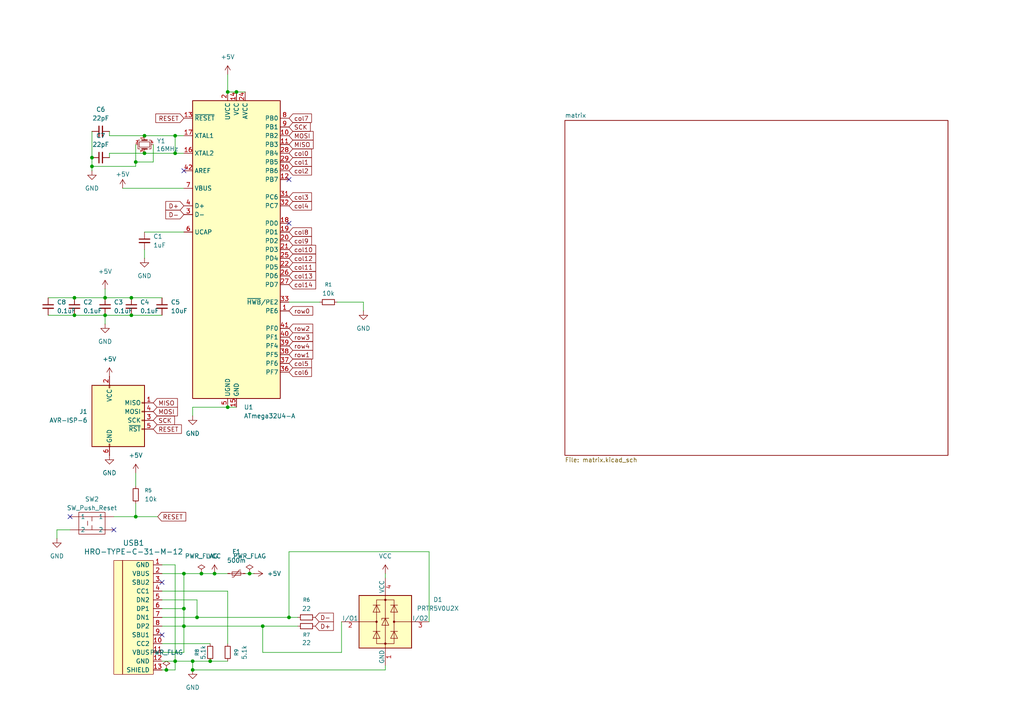
<source format=kicad_sch>
(kicad_sch (version 20250114) (generator "eeschema") (generator_version "9.0")
  (paper "A4")
  (lib_symbols
    (symbol "Connector:AVR-ISP-6" (pin_names (offset 1.016))
      (property "Reference" "J" (at -6.35 11.43 0))
      (property "Value" "AVR-ISP-6" (at 0 11.43 0))
      (symbol "AVR-ISP-6_0_1"
        (rectangle (start -2.667 10.16) (end -2.413 9.398))
        (rectangle (start -2.667 -6.858) (end -2.413 -7.62))
        (rectangle (start 7.62 10.16) (end -7.62 -7.62) (stroke (width 0.254)) (fill (type background)))
        (rectangle (start 7.62 5.207) (end 6.858 4.953))
        (rectangle (start 7.62 2.667) (end 6.858 2.413))
        (rectangle (start 7.62 0.127) (end 6.858 -0.127))
        (rectangle (start 7.62 -2.413) (end 6.858 -2.667))
      )
      (symbol "AVR-ISP-6_1_1"
        (pin passive line (at -2.54 12.7 270) (length 2.54) (name "VCC") (number "2"))
        (pin passive line (at -2.54 -10.16 90) (length 2.54) (name "GND") (number "6"))
        (pin passive line (at 10.16 5.08 180) (length 2.54) (name "MISO") (number "1"))
        (pin passive line (at 10.16 2.54 180) (length 2.54) (name "MOSI") (number "4"))
        (pin passive line (at 10.16 0 180) (length 2.54) (name "SCK") (number "3"))
        (pin passive line (at 10.16 -2.54 180) (length 2.54) (name "~{RST}") (number "5"))
      )
    )
    (symbol "Device:C_Small" (pin_numbers (hide yes)) (pin_names (offset 0.254) (hide yes))
      (property "Reference" "C" (at 0.254 1.778 0))
      (property "Value" "C_Small" (at 0.254 -2.032 0))
      (symbol "C_Small_0_1"
        (polyline (pts (xy -1.524 0.508) (xy 1.524 0.508)) (stroke (width 0.3048)))
        (polyline (pts (xy -1.524 -0.508) (xy 1.524 -0.508)) (stroke (width 0.3302)))
      )
      (symbol "C_Small_1_1"
        (pin passive line (at 0 2.54 270) (length 2.032) (name "~") (number "1"))
        (pin passive line (at 0 -2.54 90) (length 2.032) (name "~") (number "2"))
      )
    )
    (symbol "Device:Crystal_GND24_Small" (pin_names (offset 1.016) (hide yes))
      (property "Reference" "Y" (at 1.27 4.445 0))
      (property "Value" "Crystal_GND24_Small" (at 1.27 2.54 0))
      (symbol "Crystal_GND24_Small_0_1"
        (polyline (pts (xy -1.27 1.27) (xy -1.27 1.905) (xy 1.27 1.905) (xy 1.27 1.27)))
        (polyline (pts (xy -1.27 -0.762) (xy -1.27 0.762)) (stroke (width 0.381)))
        (polyline (pts (xy -1.27 -1.27) (xy -1.27 -1.905) (xy 1.27 -1.905) (xy 1.27 -1.27)))
        (rectangle (start -0.762 -1.524) (end 0.762 1.524))
        (polyline (pts (xy 1.27 -0.762) (xy 1.27 0.762)) (stroke (width 0.381)))
      )
      (symbol "Crystal_GND24_Small_1_1"
        (pin passive line (at -2.54 0 0) (length 1.27) (name "1") (number "1"))
        (pin passive line (at 0 2.54 270) (length 0.635) (name "4") (number "4"))
        (pin passive line (at 0 -2.54 90) (length 0.635) (name "2") (number "2"))
        (pin passive line (at 2.54 0 180) (length 1.27) (name "3") (number "3"))
      )
    )
    (symbol "Device:Polyfuse_Small" (pin_numbers (hide yes)) (pin_names (offset 0))
      (property "Reference" "F" (at -1.905 0 90))
      (property "Value" "Polyfuse_Small" (at 1.905 0 90))
      (symbol "Polyfuse_Small_0_1"
        (polyline (pts (xy -1.016 1.27) (xy -1.016 0.762) (xy 1.016 -0.762) (xy 1.016 -1.27)))
        (rectangle (start -0.508 1.27) (end 0.508 -1.27))
        (polyline (pts (xy 0 2.54) (xy 0 -2.54)))
      )
      (symbol "Polyfuse_Small_1_1"
        (pin passive line (at 0 2.54 270) (length 0.635) (name "~") (number "1"))
        (pin passive line (at 0 -2.54 90) (length 0.635) (name "~") (number "2"))
      )
    )
    (symbol "Device:R_Small" (pin_numbers (hide yes)) (pin_names (offset 0.254) (hide yes))
      (property "Reference" "R" (at 0 0 90))
      (property "Value" "R_Small" (at 1.778 0 90))
      (symbol "R_Small_0_1"
        (rectangle (start -0.762 1.778) (end 0.762 -1.778) (stroke (width 0.2032)))
      )
      (symbol "R_Small_1_1"
        (pin passive line (at 0 2.54 270) (length 0.762) (name "~") (number "1"))
        (pin passive line (at 0 -2.54 90) (length 0.762) (name "~") (number "2"))
      )
    )
    (symbol "Local:SW_SKQG"
      (property "Reference" "SW" (at 0 0 0))
      (symbol "SW_SKQG_0_1"
        (rectangle (start -3.81 2.54) (end 3.81 -3.81))
        (polyline (pts (xy -3.81 1.27) (xy 3.81 1.27)))
        (polyline (pts (xy -3.81 -2.54) (xy 3.81 -2.54)))
        (polyline (pts (xy -1.27 0) (xy -1.27 -1.27)))
        (polyline (pts (xy 0 1.27) (xy 0 0)))
        (polyline (pts (xy 0 -2.54) (xy 0 -1.27)))
      )
      (symbol "SW_SKQG_1_1"
        (pin input line (at -6.35 1.27 0) (length 2.54) (name "1") (number ""))
        (pin input line (at -6.35 -2.54 0) (length 2.54) (name "2") (number ""))
        (pin input line (at 6.35 1.27 180) (length 2.54) (name "1") (number ""))
        (pin input line (at 6.35 -2.54 180) (length 2.54) (name "2") (number ""))
      )
    )
    (symbol "MCU_Microchip_ATmega:ATmega32U4-A"
      (property "Reference" "U" (at -12.7 44.45 0))
      (property "Value" "ATmega32U4-A" (at 2.54 -44.45 0))
      (symbol "ATmega32U4-A_0_1"
        (rectangle (start -12.7 -43.18) (end 12.7 43.18) (stroke (width 0.254)) (fill (type background)))
      )
      (symbol "ATmega32U4-A_1_1"
        (pin input line (at -15.24 38.1 0) (length 2.54) (name "~{RESET}") (number "13"))
        (pin input line (at -15.24 33.02 0) (length 2.54) (name "XTAL1") (number "17"))
        (pin output line (at -15.24 27.94 0) (length 2.54) (name "XTAL2") (number "16"))
        (pin passive line (at -15.24 22.86 0) (length 2.54) (name "AREF") (number "42"))
        (pin input line (at -15.24 17.78 0) (length 2.54) (name "VBUS") (number "7"))
        (pin bidirectional line (at -15.24 12.7 0) (length 2.54) (name "D+") (number "4"))
        (pin bidirectional line (at -15.24 10.16 0) (length 2.54) (name "D-") (number "3"))
        (pin passive line (at -15.24 5.08 0) (length 2.54) (name "UCAP") (number "6"))
        (pin power_in line (at -2.54 45.72 270) (length 2.54) (name "UVCC") (number "2"))
        (pin passive line (at -2.54 -45.72 90) (length 2.54) (name "UGND") (number "5"))
        (pin power_in line (at 0 45.72 270) (length 2.54) (name "VCC") (number "14"))
        (pin passive line (at 0 45.72 270) (length 2.54) (hide yes) (name "VCC") (number "34"))
        (pin power_in line (at 0 -45.72 90) (length 2.54) (name "GND") (number "15"))
        (pin passive line (at 0 -45.72 90) (length 2.54) (hide yes) (name "GND") (number "23"))
        (pin passive line (at 0 -45.72 90) (length 2.54) (hide yes) (name "GND") (number "35"))
        (pin passive line (at 0 -45.72 90) (length 2.54) (hide yes) (name "GND") (number "43"))
        (pin power_in line (at 2.54 45.72 270) (length 2.54) (name "AVCC") (number "24"))
        (pin passive line (at 2.54 45.72 270) (length 2.54) (hide yes) (name "AVCC") (number "44"))
        (pin bidirectional line (at 15.24 38.1 180) (length 2.54) (name "PB0") (number "8"))
        (pin bidirectional line (at 15.24 35.56 180) (length 2.54) (name "PB1") (number "9"))
        (pin bidirectional line (at 15.24 33.02 180) (length 2.54) (name "PB2") (number "10"))
        (pin bidirectional line (at 15.24 30.48 180) (length 2.54) (name "PB3") (number "11"))
        (pin bidirectional line (at 15.24 27.94 180) (length 2.54) (name "PB4") (number "28"))
        (pin bidirectional line (at 15.24 25.4 180) (length 2.54) (name "PB5") (number "29"))
        (pin bidirectional line (at 15.24 22.86 180) (length 2.54) (name "PB6") (number "30"))
        (pin bidirectional line (at 15.24 20.32 180) (length 2.54) (name "PB7") (number "12"))
        (pin bidirectional line (at 15.24 15.24 180) (length 2.54) (name "PC6") (number "31"))
        (pin bidirectional line (at 15.24 12.7 180) (length 2.54) (name "PC7") (number "32"))
        (pin bidirectional line (at 15.24 7.62 180) (length 2.54) (name "PD0") (number "18"))
        (pin bidirectional line (at 15.24 5.08 180) (length 2.54) (name "PD1") (number "19"))
        (pin bidirectional line (at 15.24 2.54 180) (length 2.54) (name "PD2") (number "20"))
        (pin bidirectional line (at 15.24 0 180) (length 2.54) (name "PD3") (number "21"))
        (pin bidirectional line (at 15.24 -2.54 180) (length 2.54) (name "PD4") (number "25"))
        (pin bidirectional line (at 15.24 -5.08 180) (length 2.54) (name "PD5") (number "22"))
        (pin bidirectional line (at 15.24 -7.62 180) (length 2.54) (name "PD6") (number "26"))
        (pin bidirectional line (at 15.24 -10.16 180) (length 2.54) (name "PD7") (number "27"))
        (pin bidirectional line (at 15.24 -15.24 180) (length 2.54) (name "~{HWB}/PE2") (number "33"))
        (pin bidirectional line (at 15.24 -17.78 180) (length 2.54) (name "PE6") (number "1"))
        (pin bidirectional line (at 15.24 -22.86 180) (length 2.54) (name "PF0") (number "41"))
        (pin bidirectional line (at 15.24 -25.4 180) (length 2.54) (name "PF1") (number "40"))
        (pin bidirectional line (at 15.24 -27.94 180) (length 2.54) (name "PF4") (number "39"))
        (pin bidirectional line (at 15.24 -30.48 180) (length 2.54) (name "PF5") (number "38"))
        (pin bidirectional line (at 15.24 -33.02 180) (length 2.54) (name "PF6") (number "37"))
        (pin bidirectional line (at 15.24 -35.56 180) (length 2.54) (name "PF7") (number "36"))
      )
    )
    (symbol "Power_Protection:PRTR5V0U2X" (pin_names (offset 0))
      (property "Reference" "D" (at 2.794 8.636 0))
      (property "Value" "PRTR5V0U2X" (at 8.128 -9.398 0))
      (symbol "PRTR5V0U2X_0_1"
        (rectangle (start -7.62 -7.62) (end 7.62 7.62) (stroke (width 0.254)) (fill (type background)))
        (polyline (pts (xy -3.556 2.794) (xy -1.524 2.794) (xy -2.54 4.826) (xy -3.556 2.794)))
        (polyline (pts (xy -3.556 -4.826) (xy -1.524 -4.826) (xy -2.54 -2.794) (xy -3.556 -4.826)))
        (rectangle (start -2.54 6.35) (end 2.54 -6.35))
        (circle (center -2.54 0) (radius 0.254) (fill (type outline)))
        (polyline (pts (xy -2.54 0) (xy -7.62 0)))
        (polyline (pts (xy -1.524 4.826) (xy -3.556 4.826)))
        (polyline (pts (xy -1.524 -2.794) (xy -3.556 -2.794)))
        (polyline (pts (xy -1.016 -1.016) (xy 1.016 -1.016) (xy 0 1.016) (xy -1.016 -1.016)))
        (circle (center 0 6.35) (radius 0.254) (fill (type outline)))
        (circle (center 0 -6.35) (radius 0.254) (fill (type outline)))
        (polyline (pts (xy 0 -7.62) (xy 0 7.62)))
        (polyline (pts (xy 1.016 1.016) (xy -1.016 1.016) (xy -1.016 0.508)))
        (polyline (pts (xy 1.524 4.826) (xy 3.556 4.826)))
        (polyline (pts (xy 1.524 -2.794) (xy 3.556 -2.794)))
        (polyline (pts (xy 2.54 0) (xy 7.62 0)))
        (circle (center 2.54 0) (radius 0.254) (fill (type outline)))
        (polyline (pts (xy 3.556 2.794) (xy 1.524 2.794) (xy 2.54 4.826) (xy 3.556 2.794)))
        (polyline (pts (xy 3.556 -4.826) (xy 1.524 -4.826) (xy 2.54 -2.794) (xy 3.556 -4.826)))
      )
      (symbol "PRTR5V0U2X_1_1"
        (pin passive line (at -12.7 0 0) (length 5.08) (name "I/O1") (number "2"))
        (pin passive line (at 0 12.7 270) (length 5.08) (name "VCC") (number "4"))
        (pin passive line (at 0 -12.7 90) (length 5.08) (name "GND") (number "1"))
        (pin passive line (at 12.7 0 180) (length 5.08) (name "I/O2") (number "3"))
      )
    )
    (symbol "Type-C:HRO-TYPE-C-31-M-12" (pin_names (offset 1.016))
      (property "Reference" "USB" (at -5.08 16.51 0))
      (property "Value" "HRO-TYPE-C-31-M-12" (at -10.16 -1.27 90))
      (symbol "HRO-TYPE-C-31-M-12_0_1"
        (rectangle (start -11.43 15.24) (end -8.89 -17.78) (fill (type background)))
        (rectangle (start 0 -17.78) (end -8.89 15.24) (fill (type background)))
      )
      (symbol "HRO-TYPE-C-31-M-12_1_1"
        (pin input line (at 2.54 13.97 180) (length 2.54) (name "GND") (number "1"))
        (pin input line (at 2.54 11.43 180) (length 2.54) (name "VBUS") (number "2"))
        (pin input line (at 2.54 8.89 180) (length 2.54) (name "SBU2") (number "3"))
        (pin input line (at 2.54 6.35 180) (length 2.54) (name "CC1") (number "4"))
        (pin input line (at 2.54 3.81 180) (length 2.54) (name "DN2") (number "5"))
        (pin input line (at 2.54 1.27 180) (length 2.54) (name "DP1") (number "6"))
        (pin input line (at 2.54 -1.27 180) (length 2.54) (name "DN1") (number "7"))
        (pin input line (at 2.54 -3.81 180) (length 2.54) (name "DP2") (number "8"))
        (pin input line (at 2.54 -6.35 180) (length 2.54) (name "SBU1") (number "9"))
        (pin input line (at 2.54 -8.89 180) (length 2.54) (name "CC2") (number "10"))
        (pin input line (at 2.54 -11.43 180) (length 2.54) (name "VBUS") (number "11"))
        (pin input line (at 2.54 -13.97 180) (length 2.54) (name "GND") (number "12"))
        (pin input line (at 2.54 -16.51 180) (length 2.54) (name "SHIELD") (number "13"))
      )
    )
    (symbol "power:+5V" (power) (pin_numbers (hide yes)) (pin_names (offset 0) (hide yes))
      (property "Value" "+5V" (at 0 3.556 0))
      (symbol "+5V_0_1"
        (polyline (pts (xy -0.762 1.27) (xy 0 2.54)))
        (polyline (pts (xy 0 2.54) (xy 0.762 1.27)))
        (polyline (pts (xy 0 0) (xy 0 2.54)))
      )
      (symbol "+5V_1_1"
        (pin power_in line (at 0 0 90) (length 0) (name "~") (number "1"))
      )
    )
    (symbol "power:GND" (power) (pin_numbers (hide yes)) (pin_names (offset 0) (hide yes))
      (property "Value" "GND" (at 0 -3.81 0))
      (symbol "GND_0_1"
        (polyline (pts (xy 0 0) (xy 0 -1.27) (xy 1.27 -1.27) (xy 0 -2.54) (xy -1.27 -1.27) (xy 0 -1.27)))
      )
      (symbol "GND_1_1"
        (pin power_in line (at 0 0 270) (length 0) (name "~") (number "1"))
      )
    )
    (symbol "power:PWR_FLAG" (power) (pin_numbers (hide yes)) (pin_names (offset 0) (hide yes))
      (property "Value" "PWR_FLAG" (at 0 3.81 0))
      (symbol "PWR_FLAG_0_0"
        (pin power_out line (at 0 0 90) (length 0) (name "~") (number "1"))
      )
      (symbol "PWR_FLAG_0_1"
        (polyline (pts (xy 0 0) (xy 0 1.27) (xy -1.016 1.905) (xy 0 2.54) (xy 1.016 1.905) (xy 0 1.27)))
      )
    )
    (symbol "power:VCC" (power) (pin_numbers (hide yes)) (pin_names (offset 0) (hide yes))
      (property "Value" "VCC" (at 0 3.556 0))
      (symbol "VCC_0_1"
        (polyline (pts (xy -0.762 1.27) (xy 0 2.54)))
        (polyline (pts (xy 0 2.54) (xy 0.762 1.27)))
        (polyline (pts (xy 0 0) (xy 0 2.54)))
      )
      (symbol "VCC_1_1"
        (pin power_in line (at 0 0 90) (length 0) (name "~") (number "1"))
      )
    )
  )
  (junction (at 76.2 181.61))
  (junction (at 72.39 166.37))
  (junction (at 48.26 194.31))
  (junction (at 66.04 26.67))
  (junction (at 50.8 191.77))
  (junction (at 53.34 166.37))
  (junction (at 53.34 181.61))
  (junction (at 55.88 191.77))
  (junction (at 53.34 176.53))
  (junction (at 30.48 86.36))
  (junction (at 30.48 91.44))
  (junction (at 38.1 86.36))
  (junction (at 50.8 44.45))
  (junction (at 21.59 86.36))
  (junction (at 55.88 194.31))
  (junction (at 39.37 149.86))
  (junction (at 41.91 39.37))
  (junction (at 58.42 166.37))
  (junction (at 83.82 179.07))
  (junction (at 38.1 91.44))
  (junction (at 26.67 45.72))
  (junction (at 50.8 39.37))
  (junction (at 60.96 191.77))
  (junction (at 39.37 46.99))
  (junction (at 57.15 179.07))
  (junction (at 26.67 48.26))
  (junction (at 21.59 91.44))
  (junction (at 66.04 118.11))
  (junction (at 62.23 166.37))
  (junction (at 41.91 44.45))
  (junction (at 68.58 26.67))
  (no_connect (at 46.99 184.15))
  (no_connect (at 53.34 49.53))
  (no_connect (at 46.99 168.91))
  (no_connect (at 83.82 64.77))
  (no_connect (at 83.82 52.07))
  (no_connect (at 33.02 153.67))
  (no_connect (at 20.32 149.86))
  (wire (pts (xy 50.8 163.83) (xy 46.99 163.83)))
  (wire (pts (xy 71.12 166.37) (xy 72.39 166.37)))
  (wire (pts (xy 46.99 181.61) (xy 53.34 181.61)))
  (wire (pts (xy 55.88 118.11) (xy 55.88 120.65)))
  (wire (pts (xy 46.99 186.69) (xy 60.96 186.69)))
  (wire (pts (xy 83.82 179.07) (xy 83.82 160.02)))
  (wire (pts (xy 39.37 137.16) (xy 39.37 140.97)))
  (wire (pts (xy 46.99 191.77) (xy 50.8 191.77)))
  (wire (pts (xy 53.34 181.61) (xy 76.2 181.61)))
  (wire (pts (xy 76.2 181.61) (xy 86.36 181.61)))
  (wire (pts (xy 46.99 189.23) (xy 53.34 189.23)))
  (wire (pts (xy 31.75 44.45) (xy 41.91 44.45)))
  (wire (pts (xy 39.37 48.26) (xy 39.37 46.99)))
  (wire (pts (xy 105.41 87.63) (xy 105.41 90.17)))
  (wire (pts (xy 66.04 26.67) (xy 68.58 26.67)))
  (wire (pts (xy 20.32 153.67) (xy 16.51 153.67)))
  (wire (pts (xy 30.48 83.82) (xy 30.48 86.36)))
  (wire (pts (xy 41.91 39.37) (xy 50.8 39.37)))
  (wire (pts (xy 44.45 41.91) (xy 44.45 46.99)))
  (wire (pts (xy 31.75 44.45) (xy 31.75 45.72)))
  (wire (pts (xy 55.88 191.77) (xy 60.96 191.77)))
  (wire (pts (xy 99.06 189.23) (xy 99.06 180.34)))
  (wire (pts (xy 39.37 146.05) (xy 39.37 149.86)))
  (wire (pts (xy 72.39 166.37) (xy 73.66 166.37)))
  (wire (pts (xy 13.97 86.36) (xy 21.59 86.36)))
  (wire (pts (xy 76.2 181.61) (xy 76.2 189.23)))
  (wire (pts (xy 39.37 41.91) (xy 39.37 46.99)))
  (wire (pts (xy 38.1 91.44) (xy 46.99 91.44)))
  (wire (pts (xy 68.58 118.11) (xy 66.04 118.11)))
  (wire (pts (xy 16.51 153.67) (xy 16.51 156.21)))
  (wire (pts (xy 26.67 49.53) (xy 26.67 48.26)))
  (wire (pts (xy 83.82 179.07) (xy 86.36 179.07)))
  (wire (pts (xy 83.82 87.63) (xy 92.71 87.63)))
  (wire (pts (xy 53.34 176.53) (xy 53.34 181.61)))
  (wire (pts (xy 35.56 54.61) (xy 53.34 54.61)))
  (wire (pts (xy 50.8 39.37) (xy 53.34 39.37)))
  (wire (pts (xy 66.04 21.59) (xy 66.04 26.67)))
  (wire (pts (xy 50.8 191.77) (xy 50.8 163.83)))
  (wire (pts (xy 44.45 46.99) (xy 39.37 46.99)))
  (wire (pts (xy 55.88 118.11) (xy 66.04 118.11)))
  (wire (pts (xy 46.99 173.99) (xy 57.15 173.99)))
  (wire (pts (xy 55.88 194.31) (xy 111.76 194.31)))
  (wire (pts (xy 31.75 39.37) (xy 31.75 38.1)))
  (wire (pts (xy 26.67 45.72) (xy 26.67 48.26)))
  (wire (pts (xy 76.2 189.23) (xy 99.06 189.23)))
  (wire (pts (xy 30.48 91.44) (xy 30.48 93.98)))
  (wire (pts (xy 58.42 166.37) (xy 62.23 166.37)))
  (wire (pts (xy 48.26 194.31) (xy 50.8 194.31)))
  (wire (pts (xy 50.8 44.45) (xy 53.34 44.45)))
  (wire (pts (xy 30.48 86.36) (xy 38.1 86.36)))
  (wire (pts (xy 41.91 72.39) (xy 41.91 74.93)))
  (wire (pts (xy 26.67 48.26) (xy 39.37 48.26)))
  (wire (pts (xy 21.59 91.44) (xy 30.48 91.44)))
  (wire (pts (xy 39.37 149.86) (xy 45.72 149.86)))
  (wire (pts (xy 55.88 191.77) (xy 55.88 194.31)))
  (wire (pts (xy 50.8 39.37) (xy 50.8 44.45)))
  (wire (pts (xy 68.58 26.67) (xy 71.12 26.67)))
  (wire (pts (xy 62.23 166.37) (xy 66.04 166.37)))
  (wire (pts (xy 53.34 166.37) (xy 53.34 176.53)))
  (wire (pts (xy 60.96 191.77) (xy 66.04 191.77)))
  (wire (pts (xy 46.99 194.31) (xy 48.26 194.31)))
  (wire (pts (xy 41.91 67.31) (xy 53.34 67.31)))
  (wire (pts (xy 111.76 194.31) (xy 111.76 193.04)))
  (wire (pts (xy 13.97 91.44) (xy 21.59 91.44)))
  (wire (pts (xy 53.34 189.23) (xy 53.34 181.61)))
  (wire (pts (xy 21.59 86.36) (xy 30.48 86.36)))
  (wire (pts (xy 30.48 91.44) (xy 38.1 91.44)))
  (wire (pts (xy 57.15 179.07) (xy 83.82 179.07)))
  (wire (pts (xy 111.76 166.37) (xy 111.76 167.64)))
  (wire (pts (xy 38.1 86.36) (xy 46.99 86.36)))
  (wire (pts (xy 53.34 166.37) (xy 58.42 166.37)))
  (wire (pts (xy 50.8 191.77) (xy 55.88 191.77)))
  (wire (pts (xy 46.99 166.37) (xy 53.34 166.37)))
  (wire (pts (xy 46.99 179.07) (xy 57.15 179.07)))
  (wire (pts (xy 33.02 149.86) (xy 39.37 149.86)))
  (wire (pts (xy 57.15 173.99) (xy 57.15 179.07)))
  (wire (pts (xy 97.79 87.63) (xy 105.41 87.63)))
  (wire (pts (xy 31.75 39.37) (xy 41.91 39.37)))
  (wire (pts (xy 46.99 171.45) (xy 66.04 171.45)))
  (wire (pts (xy 124.46 160.02) (xy 124.46 180.34)))
  (wire (pts (xy 83.82 160.02) (xy 124.46 160.02)))
  (wire (pts (xy 50.8 194.31) (xy 50.8 191.77)))
  (wire (pts (xy 66.04 171.45) (xy 66.04 186.69)))
  (wire (pts (xy 50.8 44.45) (xy 41.91 44.45)))
  (wire (pts (xy 26.67 38.1) (xy 26.67 45.72)))
  (wire (pts (xy 46.99 176.53) (xy 53.34 176.53)))
  (global_label "D+" (shape input) (at 53.34 59.69 180) (property "Intersheetrefs" "${INTERSHEET_REFS}" (effects (hide yes))))
  (global_label "col12" (shape input) (at 83.82 74.93 0) (property "Intersheetrefs" "${INTERSHEET_REFS}" (effects (hide yes))))
  (global_label "MISO" (shape input) (at 83.82 41.91 0) (property "Intersheetrefs" "${INTERSHEET_REFS}" (effects (hide yes))))
  (global_label "col7" (shape input) (at 83.82 34.29 0) (property "Intersheetrefs" "${INTERSHEET_REFS}" (effects (hide yes))))
  (global_label "RESET" (shape input) (at 45.72 149.86 0) (property "Intersheetrefs" "${INTERSHEET_REFS}" (effects (hide yes))))
  (global_label "SCK" (shape input) (at 83.82 36.83 0) (property "Intersheetrefs" "${INTERSHEET_REFS}" (effects (hide yes))))
  (global_label "MOSI" (shape input) (at 44.45 119.38 0) (property "Intersheetrefs" "${INTERSHEET_REFS}" (effects (hide yes))))
  (global_label "MOSI" (shape input) (at 83.82 39.37 0) (property "Intersheetrefs" "${INTERSHEET_REFS}" (effects (hide yes))))
  (global_label "col10" (shape input) (at 83.82 72.39 0) (property "Intersheetrefs" "${INTERSHEET_REFS}" (effects (hide yes))))
  (global_label "col11" (shape input) (at 83.82 77.47 0) (property "Intersheetrefs" "${INTERSHEET_REFS}" (effects (hide yes))))
  (global_label "D-" (shape input) (at 53.34 62.23 180) (property "Intersheetrefs" "${INTERSHEET_REFS}" (effects (hide yes))))
  (global_label "row3" (shape input) (at 83.82 97.79 0) (property "Intersheetrefs" "${INTERSHEET_REFS}" (effects (hide yes))))
  (global_label "col9" (shape input) (at 83.82 69.85 0) (property "Intersheetrefs" "${INTERSHEET_REFS}" (effects (hide yes))))
  (global_label "MISO" (shape input) (at 44.45 116.84 0) (property "Intersheetrefs" "${INTERSHEET_REFS}" (effects (hide yes))))
  (global_label "D+" (shape input) (at 91.44 181.61 0) (property "Intersheetrefs" "${INTERSHEET_REFS}" (effects (hide yes))))
  (global_label "col6" (shape input) (at 83.82 107.95 0) (property "Intersheetrefs" "${INTERSHEET_REFS}" (effects (hide yes))))
  (global_label "col13" (shape input) (at 83.82 80.01 0) (property "Intersheetrefs" "${INTERSHEET_REFS}" (effects (hide yes))))
  (global_label "row1" (shape input) (at 83.82 102.87 0) (property "Intersheetrefs" "${INTERSHEET_REFS}" (effects (hide yes))))
  (global_label "RESET" (shape input) (at 44.45 124.46 0) (property "Intersheetrefs" "${INTERSHEET_REFS}" (effects (hide yes))))
  (global_label "col5" (shape input) (at 83.82 105.41 0) (property "Intersheetrefs" "${INTERSHEET_REFS}" (effects (hide yes))))
  (global_label "SCK" (shape input) (at 44.45 121.92 0) (property "Intersheetrefs" "${INTERSHEET_REFS}" (effects (hide yes))))
  (global_label "row2" (shape input) (at 83.82 95.25 0) (property "Intersheetrefs" "${INTERSHEET_REFS}" (effects (hide yes))))
  (global_label "row4" (shape input) (at 83.82 100.33 0) (property "Intersheetrefs" "${INTERSHEET_REFS}" (effects (hide yes))))
  (global_label "D-" (shape input) (at 91.44 179.07 0) (property "Intersheetrefs" "${INTERSHEET_REFS}" (effects (hide yes))))
  (global_label "col0" (shape input) (at 83.82 44.45 0) (property "Intersheetrefs" "${INTERSHEET_REFS}" (effects (hide yes))))
  (global_label "col2" (shape input) (at 83.82 49.53 0) (property "Intersheetrefs" "${INTERSHEET_REFS}" (effects (hide yes))))
  (global_label "col4" (shape input) (at 83.82 59.69 0) (property "Intersheetrefs" "${INTERSHEET_REFS}" (effects (hide yes))))
  (global_label "row0" (shape input) (at 83.82 90.17 0) (property "Intersheetrefs" "${INTERSHEET_REFS}" (effects (hide yes))))
  (global_label "col14" (shape input) (at 83.82 82.55 0) (property "Intersheetrefs" "${INTERSHEET_REFS}" (effects (hide yes))))
  (global_label "col3" (shape input) (at 83.82 57.15 0) (property "Intersheetrefs" "${INTERSHEET_REFS}" (effects (hide yes))))
  (global_label "col8" (shape input) (at 83.82 67.31 0) (property "Intersheetrefs" "${INTERSHEET_REFS}" (effects (hide yes))))
  (global_label "RESET" (shape input) (at 53.34 34.29 180) (property "Intersheetrefs" "${INTERSHEET_REFS}" (effects (hide yes))))
  (global_label "col1" (shape input) (at 83.82 46.99 0) (property "Intersheetrefs" "${INTERSHEET_REFS}" (effects (hide yes))))
  (symbol (lib_id "Device:C_Small") (at 30.48 88.9 0) (unit 1)
    (property "Reference" "C3" (at 33.02 87.6362 0) (effects (justify left)))
    (property "Value" "0.1uF" (at 33.02 90.1762 0) (effects (justify left)))
    (property "Footprint" "Capacitor_SMD:C_0805_2012Metric_Pad1.18x1.45mm_HandSolder" (effects (hide yes)))
    (property "Description" "Unpolarized capacitor, small symbol" (effects (hide yes)))
  )
  (symbol (lib_id "power:+5V") (at 35.56 54.61 0) (unit 1)
    (property "Reference" "#PWR07" (effects (hide yes)))
    (property "Value" "+5V" (at 35.56 50.546 0))
    (property "Description" "Power symbol creates a global label with name \"+5V\"" (effects (hide yes)))
  )
  (symbol (lib_id "power:GND") (at 26.67 49.53 0) (unit 1)
    (property "Reference" "#PWR08" (effects (hide yes)))
    (property "Value" "GND" (at 26.67 54.61 0))
    (property "Description" "Power symbol creates a global label with name \"GND\" , ground" (effects (hide yes)))
  )
  (symbol (lib_id "power:GND") (at 41.91 74.93 0) (unit 1)
    (property "Reference" "#PWR04" (effects (hide yes)))
    (property "Value" "GND" (at 41.91 80.01 0))
    (property "Description" "Power symbol creates a global label with name \"GND\" , ground" (effects (hide yes)))
  )
  (symbol (lib_id "Device:R_Small") (at 95.25 87.63 90) (unit 1)
    (property "Reference" "R1" (at 95.25 82.55 90) (effects (font (size 1.016 1.016))))
    (property "Value" "10k" (at 95.25 85.09 90))
    (property "Footprint" "Resistor_SMD:R_0805_2012Metric_Pad1.20x1.40mm_HandSolder" (effects (hide yes)))
    (property "Description" "Resistor, small symbol" (effects (hide yes)))
  )
  (symbol (lib_id "Device:R_Small") (at 88.9 181.61 90) (unit 1)
    (property "Reference" "R7" (at 88.9 184.15 90) (effects (font (size 1.016 1.016))))
    (property "Value" "22" (at 88.9 186.436 90))
    (property "Footprint" "Resistor_SMD:R_0805_2012Metric_Pad1.20x1.40mm_HandSolder" (effects (hide yes)))
    (property "Description" "Resistor, small symbol" (effects (hide yes)))
  )
  (symbol (lib_id "power:GND") (at 55.88 194.31 0) (unit 1)
    (property "Reference" "#PWR015" (effects (hide yes)))
    (property "Value" "GND" (at 55.88 199.39 0))
    (property "Description" "Power symbol creates a global label with name \"GND\" , ground" (effects (hide yes)))
  )
  (symbol (lib_id "power:+5V") (at 31.75 109.22 0) (unit 1)
    (property "Reference" "#PWR012" (effects (hide yes)))
    (property "Value" "+5V" (at 31.75 104.14 0))
    (property "Description" "Power symbol creates a global label with name \"+5V\"" (effects (hide yes)))
  )
  (symbol (lib_id "Type-C:HRO-TYPE-C-31-M-12") (at 44.45 177.8 0) (unit 1)
    (property "Reference" "USB1" (at 38.735 157.48 0) (effects (font (size 1.524 1.524))))
    (property "Value" "HRO-TYPE-C-31-M-12" (at 38.735 160.02 0) (effects (font (size 1.524 1.524))))
    (property "Footprint" "Type-C:HRO-TYPE-C-31-M-12-HandSoldering" (effects (hide yes)))
  )
  (symbol (lib_id "Device:R_Small") (at 39.37 143.51 0) (unit 1)
    (property "Reference" "R5" (at 41.91 142.2399 0) (effects (font (size 1.016 1.016)) (justify left)))
    (property "Value" "10k" (at 41.91 144.7799 0) (effects (justify left)))
    (property "Footprint" "Resistor_SMD:R_0805_2012Metric_Pad1.20x1.40mm_HandSolder" (effects (hide yes)))
    (property "Description" "Resistor, small symbol" (effects (hide yes)))
  )
  (symbol (lib_id "power:GND") (at 31.75 132.08 0) (unit 1)
    (property "Reference" "#PWR011" (effects (hide yes)))
    (property "Value" "GND" (at 31.75 137.16 0))
    (property "Description" "Power symbol creates a global label with name \"GND\" , ground" (effects (hide yes)))
  )
  (symbol (lib_id "MCU_Microchip_ATmega:ATmega32U4-A") (at 68.58 72.39 0) (unit 1)
    (property "Reference" "U1" (at 70.7233 118.11 0) (effects (justify left)))
    (property "Value" "ATmega32U4-A" (at 70.7233 120.65 0) (effects (justify left)))
    (property "Footprint" "Package_QFP:TQFP-44_10x10mm_P0.8mm" (effects (hide yes)))
    (property "Datasheet" "http://ww1.microchip.com/downloads/en/DeviceDoc/Atmel-7766-8-bit-AVR-ATmega16U4-32U4_Datasheet.pdf" (effects (hide yes)))
    (property "Description" "16MHz, 32kB Flash, 2.5kB SRAM, 1kB EEPROM, USB 2.0, TQFP-44" (effects (hide yes)))
  )
  (symbol (lib_id "Device:R_Small") (at 88.9 179.07 90) (unit 1)
    (property "Reference" "R6" (at 88.9 173.99 90) (effects (font (size 1.016 1.016))))
    (property "Value" "22" (at 88.9 176.53 90))
    (property "Footprint" "Resistor_SMD:R_0805_2012Metric_Pad1.20x1.40mm_HandSolder" (effects (hide yes)))
    (property "Description" "Resistor, small symbol" (effects (hide yes)))
  )
  (symbol (lib_id "Power_Protection:PRTR5V0U2X") (at 111.76 180.34 0) (unit 1)
    (property "Reference" "D1" (at 127 173.9198 0))
    (property "Value" "PRTR5V0U2X" (at 127 176.4598 0))
    (property "Footprint" "Package_TO_SOT_SMD:SOT-143" (effects (hide yes)))
    (property "Datasheet" "https://assets.nexperia.com/documents/data-sheet/PRTR5V0U2X.pdf" (effects (hide yes)))
    (property "Description" "Ultra low capacitance double rail-to-rail ESD protection diode, SOT-143" (effects (hide yes)))
  )
  (symbol (lib_id "power:+5V") (at 39.37 137.16 0) (unit 1)
    (property "Reference" "#PWR013" (effects (hide yes)))
    (property "Value" "+5V" (at 39.37 132.08 0))
    (property "Description" "Power symbol creates a global label with name \"+5V\"" (effects (hide yes)))
  )
  (symbol (lib_id "Device:Crystal_GND24_Small") (at 41.91 41.91 270) (unit 1)
    (property "Reference" "Y1" (at 46.736 40.894 90))
    (property "Value" "16MHz" (at 48.514 43.18 90))
    (property "Footprint" "Crystal:Crystal_SMD_3225-4Pin_3.2x2.5mm_HandSoldering" (effects (hide yes)))
    (property "Description" "Four pin crystal, GND on pins 2 and 4, small symbol" (effects (hide yes)))
  )
  (symbol (lib_id "power:+5V") (at 66.04 21.59 0) (unit 1)
    (property "Reference" "#PWR01" (effects (hide yes)))
    (property "Value" "+5V" (at 66.04 16.51 0))
    (property "Description" "Power symbol creates a global label with name \"+5V\"" (effects (hide yes)))
  )
  (symbol (lib_id "power:PWR_FLAG") (at 72.39 166.37 0) (unit 1)
    (property "Reference" "#FLG02" (effects (hide yes)))
    (property "Value" "PWR_FLAG" (at 72.39 161.29 0))
    (property "Description" "Special symbol for telling ERC where power comes from" (effects (hide yes)))
  )
  (symbol (lib_id "Device:C_Small") (at 38.1 88.9 0) (unit 1)
    (property "Reference" "C4" (at 40.64 87.6362 0) (effects (justify left)))
    (property "Value" "0.1uF" (at 40.64 90.1762 0) (effects (justify left)))
    (property "Footprint" "Capacitor_SMD:C_0805_2012Metric_Pad1.18x1.45mm_HandSolder" (effects (hide yes)))
    (property "Description" "Unpolarized capacitor, small symbol" (effects (hide yes)))
  )
  (symbol (lib_id "power:GND") (at 16.51 156.21 0) (unit 1)
    (property "Reference" "#PWR014" (effects (hide yes)))
    (property "Value" "GND" (at 16.51 161.29 0))
    (property "Description" "Power symbol creates a global label with name \"GND\" , ground" (effects (hide yes)))
  )
  (symbol (lib_id "Device:C_Small") (at 21.59 88.9 0) (unit 1)
    (property "Reference" "C2" (at 24.13 87.6362 0) (effects (justify left)))
    (property "Value" "0.1uF" (at 24.13 90.1762 0) (effects (justify left)))
    (property "Footprint" "Capacitor_SMD:C_0805_2012Metric_Pad1.18x1.45mm_HandSolder" (effects (hide yes)))
    (property "Description" "Unpolarized capacitor, small symbol" (effects (hide yes)))
  )
  (symbol (lib_id "power:PWR_FLAG") (at 58.42 166.37 0) (unit 1)
    (property "Reference" "#FLG01" (effects (hide yes)))
    (property "Value" "PWR_FLAG" (at 58.42 161.29 0))
    (property "Description" "Special symbol for telling ERC where power comes from" (effects (hide yes)))
  )
  (symbol (lib_id "power:GND") (at 105.41 90.17 0) (unit 1)
    (property "Reference" "#PWR03" (effects (hide yes)))
    (property "Value" "GND" (at 105.41 95.25 0))
    (property "Description" "Power symbol creates a global label with name \"GND\" , ground" (effects (hide yes)))
  )
  (symbol (lib_id "Device:C_Small") (at 29.21 38.1 90) (unit 1)
    (property "Reference" "C6" (at 29.2163 31.75 90))
    (property "Value" "22pF" (at 29.2163 34.29 90))
    (property "Footprint" "Capacitor_SMD:C_0805_2012Metric_Pad1.18x1.45mm_HandSolder" (effects (hide yes)))
    (property "Description" "Unpolarized capacitor, small symbol" (effects (hide yes)))
  )
  (symbol (lib_id "Local:SW_SKQG") (at 26.67 151.13 0) (unit 1)
    (property "Reference" "SW2" (at 26.67 144.78 0))
    (property "Value" "SW_Push_Reset" (at 26.67 147.32 0))
    (property "Footprint" "Button_Switch_SMD:SW_SPST_SKQG_WithStem" (effects (hide yes)))
  )
  (symbol (lib_id "Device:C_Small") (at 46.99 88.9 0) (unit 1)
    (property "Reference" "C5" (at 49.53 87.6362 0) (effects (justify left)))
    (property "Value" "10uF" (at 49.53 90.1762 0) (effects (justify left)))
    (property "Footprint" "Capacitor_SMD:C_0805_2012Metric_Pad1.18x1.45mm_HandSolder" (effects (hide yes)))
    (property "Description" "Unpolarized capacitor, small symbol" (effects (hide yes)))
  )
  (symbol (lib_id "power:VCC") (at 62.23 166.37 0) (unit 1)
    (property "Reference" "#PWR09" (effects (hide yes)))
    (property "Value" "VCC" (at 62.23 161.29 0))
    (property "Description" "Power symbol creates a global label with name \"VCC\"" (effects (hide yes)))
  )
  (symbol (lib_id "Device:R_Small") (at 66.04 189.23 180) (unit 1)
    (property "Reference" "R9" (at 68.58 189.23 90) (effects (font (size 1.016 1.016))))
    (property "Value" "5.1k" (at 70.866 189.23 90))
    (property "Footprint" "Resistor_SMD:R_0805_2012Metric_Pad1.20x1.40mm_HandSolder" (effects (hide yes)))
    (property "Description" "Resistor, small symbol" (effects (hide yes)))
  )
  (symbol (lib_id "power:GND") (at 55.88 120.65 0) (unit 1)
    (property "Reference" "#PWR02" (effects (hide yes)))
    (property "Value" "GND" (at 55.88 125.73 0))
    (property "Description" "Power symbol creates a global label with name \"GND\" , ground" (effects (hide yes)))
  )
  (symbol (lib_id "power:VCC") (at 111.76 166.37 0) (unit 1)
    (property "Reference" "#PWR016" (effects (hide yes)))
    (property "Value" "VCC" (at 111.76 161.29 0))
    (property "Description" "Power symbol creates a global label with name \"VCC\"" (effects (hide yes)))
  )
  (symbol (lib_id "Device:C_Small") (at 41.91 69.85 0) (unit 1)
    (property "Reference" "C1" (at 44.45 68.5862 0) (effects (justify left)))
    (property "Value" "1uF" (at 44.45 71.1262 0) (effects (justify left)))
    (property "Footprint" "Capacitor_SMD:C_0805_2012Metric_Pad1.18x1.45mm_HandSolder" (effects (hide yes)))
    (property "Description" "Unpolarized capacitor, small symbol" (effects (hide yes)))
  )
  (symbol (lib_id "power:GND") (at 30.48 93.98 0) (unit 1)
    (property "Reference" "#PWR06" (effects (hide yes)))
    (property "Value" "GND" (at 30.48 99.06 0))
    (property "Description" "Power symbol creates a global label with name \"GND\" , ground" (effects (hide yes)))
  )
  (symbol (lib_id "Device:Polyfuse_Small") (at 68.58 166.37 270) (unit 1)
    (property "Reference" "F1" (at 68.58 160.02 90))
    (property "Value" "500m" (at 68.58 162.56 90))
    (property "Footprint" "Fuse:Fuse_1206_3216Metric_Pad1.42x1.75mm_HandSolder" (effects (hide yes)))
    (property "Description" "Resettable fuse, polymeric positive temperature coefficient, small symbol" (effects (hide yes)))
  )
  (symbol (lib_id "Device:C_Small") (at 29.21 45.72 90) (unit 1)
    (property "Reference" "C7" (at 29.2163 39.37 90))
    (property "Value" "22pF" (at 29.2163 41.91 90))
    (property "Footprint" "Capacitor_SMD:C_0805_2012Metric_Pad1.18x1.45mm_HandSolder" (effects (hide yes)))
    (property "Description" "Unpolarized capacitor, small symbol" (effects (hide yes)))
  )
  (symbol (lib_id "power:+5V") (at 30.48 83.82 0) (unit 1)
    (property "Reference" "#PWR05" (effects (hide yes)))
    (property "Value" "+5V" (at 30.48 78.74 0))
    (property "Description" "Power symbol creates a global label with name \"+5V\"" (effects (hide yes)))
  )
  (symbol (lib_id "Connector:AVR-ISP-6") (at 34.29 121.92 0) (unit 1)
    (property "Reference" "J1" (at 25.4 119.3799 0) (effects (justify right)))
    (property "Value" "AVR-ISP-6" (at 25.4 121.9199 0) (effects (justify right)))
    (property "Footprint" "random-keyboard-parts:Reset_Pretty-Mask" (effects (hide yes)))
    (property "Description" "Atmel 6-pin ISP connector" (effects (hide yes)))
  )
  (symbol (lib_id "power:PWR_FLAG") (at 48.26 194.31 0) (unit 1)
    (property "Reference" "#FLG03" (effects (hide yes)))
    (property "Value" "PWR_FLAG" (at 48.26 189.23 0))
    (property "Description" "Special symbol for telling ERC where power comes from" (effects (hide yes)))
  )
  (symbol (lib_id "power:+5V") (at 73.66 166.37 270) (unit 1)
    (property "Reference" "#PWR010" (effects (hide yes)))
    (property "Value" "+5V" (at 77.47 166.3699 90) (effects (justify left)))
    (property "Description" "Power symbol creates a global label with name \"+5V\"" (effects (hide yes)))
  )
  (symbol (lib_id "Device:C_Small") (at 13.97 88.9 0) (unit 1)
    (property "Reference" "C8" (at 16.51 87.6362 0) (effects (justify left)))
    (property "Value" "0.1uF" (at 16.51 90.1762 0) (effects (justify left)))
    (property "Footprint" "Capacitor_SMD:C_0805_2012Metric_Pad1.18x1.45mm_HandSolder" (effects (hide yes)))
    (property "Description" "Unpolarized capacitor, small symbol" (effects (hide yes)))
  )
  (symbol (lib_id "Device:R_Small") (at 60.96 189.23 180) (unit 1)
    (property "Reference" "R8" (at 57.15 189.23 90) (effects (font (size 1.016 1.016))))
    (property "Value" "5.1k" (at 58.928 189.23 90))
    (property "Footprint" "Resistor_SMD:R_0805_2012Metric_Pad1.20x1.40mm_HandSolder" (effects (hide yes)))
    (property "Description" "Resistor, small symbol" (effects (hide yes)))
  )
  (sheet (at 163.83 34.925) (size 111.125 97.155) (stroke (width 0.1524))
    (property "Sheetname" "matrix" (at 163.83 34.2134 0) (effects (justify left bottom)))
    (property "Sheetfile" "matrix.kicad_sch" (at 163.83 132.6646 0) (effects (justify left top)))
  )
)
</source>
